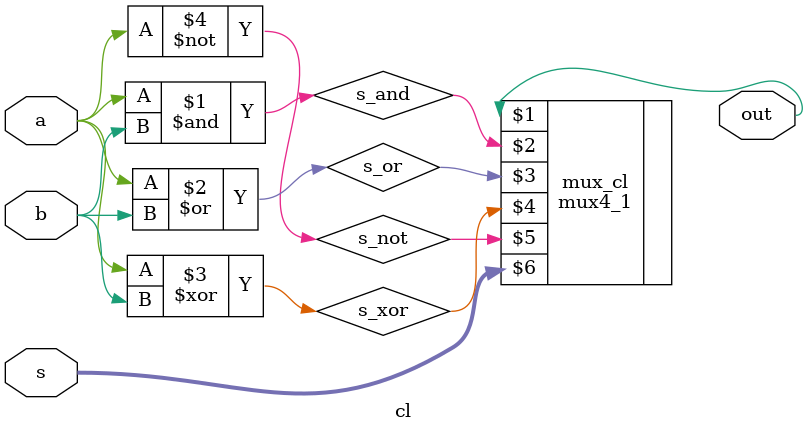
<source format=v>
module cl(output reg out, input wire a, b, input wire [1:0] s);
wire s_and, s_or, s_xor, s_not;

and(s_and,a,b);
or(s_or,a,b);
xor(s_xor,a,b);
not(s_not,a);
//module mux4_1(output reg out, input wire a, b, c, d, input wire[1:0] s);
mux4_1 mux_cl(out, s_and, s_or, s_xor, s_not, s);

endmodule

</source>
